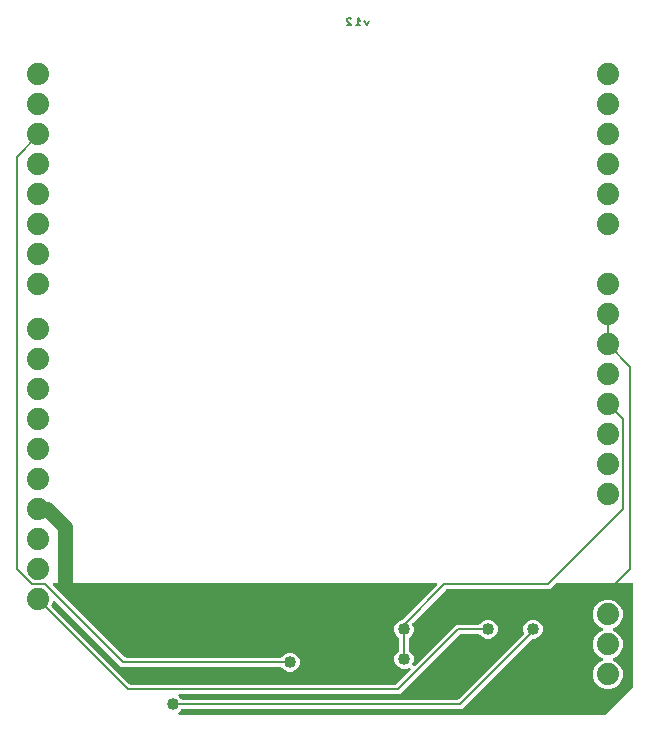
<source format=gbr>
G04 EAGLE Gerber RS-274X export*
G75*
%MOMM*%
%FSLAX34Y34*%
%LPD*%
%INBottom Copper*%
%IPPOS*%
%AMOC8*
5,1,8,0,0,1.08239X$1,22.5*%
G01*
%ADD10C,0.203200*%
%ADD11C,1.879600*%
%ADD12C,1.016000*%
%ADD13C,1.270000*%

G36*
X328089Y29477D02*
X328089Y29477D01*
X328188Y29480D01*
X328246Y29497D01*
X328306Y29505D01*
X328398Y29541D01*
X328493Y29569D01*
X328545Y29599D01*
X328602Y29622D01*
X328682Y29680D01*
X328767Y29730D01*
X328843Y29796D01*
X328859Y29808D01*
X328867Y29818D01*
X328888Y29836D01*
X340623Y41572D01*
X340666Y41627D01*
X340716Y41675D01*
X340763Y41752D01*
X340818Y41823D01*
X340846Y41887D01*
X340882Y41947D01*
X340909Y42032D01*
X340945Y42115D01*
X340956Y42184D01*
X340976Y42250D01*
X340980Y42340D01*
X340994Y42429D01*
X340988Y42499D01*
X340991Y42568D01*
X340973Y42656D01*
X340965Y42746D01*
X340941Y42811D01*
X340927Y42880D01*
X340887Y42960D01*
X340857Y43045D01*
X340818Y43103D01*
X340787Y43165D01*
X340729Y43234D01*
X340678Y43308D01*
X340626Y43354D01*
X340581Y43407D01*
X340508Y43459D01*
X340440Y43518D01*
X340378Y43550D01*
X340321Y43590D01*
X340237Y43622D01*
X340157Y43663D01*
X340089Y43678D01*
X340023Y43703D01*
X339934Y43713D01*
X339847Y43733D01*
X339777Y43731D01*
X339707Y43738D01*
X339618Y43726D01*
X339529Y43723D01*
X339462Y43704D01*
X339392Y43694D01*
X339240Y43642D01*
X336897Y42671D01*
X333663Y42671D01*
X330675Y43909D01*
X328389Y46195D01*
X327151Y49183D01*
X327151Y52417D01*
X328389Y55405D01*
X330844Y57859D01*
X330904Y57938D01*
X330972Y58010D01*
X331001Y58063D01*
X331038Y58111D01*
X331078Y58202D01*
X331126Y58288D01*
X331141Y58347D01*
X331165Y58402D01*
X331180Y58500D01*
X331205Y58596D01*
X331211Y58696D01*
X331215Y58717D01*
X331213Y58729D01*
X331215Y58757D01*
X331215Y68243D01*
X331203Y68341D01*
X331200Y68440D01*
X331183Y68499D01*
X331175Y68559D01*
X331139Y68651D01*
X331111Y68746D01*
X331081Y68798D01*
X331058Y68854D01*
X331000Y68935D01*
X330950Y69020D01*
X330884Y69095D01*
X330872Y69112D01*
X330862Y69120D01*
X330844Y69141D01*
X328389Y71595D01*
X327151Y74583D01*
X327151Y77817D01*
X328389Y80805D01*
X330675Y83091D01*
X333749Y84365D01*
X333758Y84369D01*
X333766Y84372D01*
X333896Y84448D01*
X334026Y84522D01*
X334032Y84529D01*
X334040Y84533D01*
X334161Y84640D01*
X362924Y113403D01*
X363009Y113512D01*
X363098Y113619D01*
X363107Y113638D01*
X363119Y113654D01*
X363174Y113782D01*
X363234Y113907D01*
X363237Y113927D01*
X363245Y113946D01*
X363267Y114084D01*
X363293Y114220D01*
X363292Y114240D01*
X363295Y114260D01*
X363282Y114399D01*
X363274Y114537D01*
X363267Y114556D01*
X363265Y114576D01*
X363218Y114708D01*
X363176Y114839D01*
X363165Y114857D01*
X363158Y114876D01*
X363080Y114991D01*
X363005Y115108D01*
X362991Y115122D01*
X362979Y115139D01*
X362875Y115231D01*
X362774Y115326D01*
X362756Y115336D01*
X362741Y115349D01*
X362617Y115412D01*
X362495Y115480D01*
X362476Y115485D01*
X362458Y115494D01*
X362322Y115524D01*
X362187Y115559D01*
X362159Y115561D01*
X362147Y115564D01*
X362127Y115563D01*
X362027Y115569D01*
X39293Y115569D01*
X39156Y115552D01*
X39017Y115539D01*
X38998Y115532D01*
X38978Y115529D01*
X38849Y115478D01*
X38718Y115431D01*
X38701Y115420D01*
X38682Y115412D01*
X38570Y115331D01*
X38455Y115253D01*
X38441Y115237D01*
X38425Y115226D01*
X38336Y115118D01*
X38244Y115014D01*
X38235Y114996D01*
X38222Y114981D01*
X38163Y114855D01*
X38100Y114731D01*
X38095Y114711D01*
X38086Y114693D01*
X38060Y114557D01*
X38030Y114421D01*
X38031Y114400D01*
X38027Y114381D01*
X38035Y114242D01*
X38040Y114103D01*
X38045Y114083D01*
X38046Y114063D01*
X38089Y113931D01*
X38128Y113797D01*
X38138Y113780D01*
X38144Y113761D01*
X38219Y113643D01*
X38289Y113523D01*
X38308Y113502D01*
X38315Y113492D01*
X38330Y113478D01*
X38396Y113403D01*
X99102Y52696D01*
X99180Y52636D01*
X99252Y52568D01*
X99305Y52539D01*
X99353Y52502D01*
X99444Y52462D01*
X99531Y52414D01*
X99589Y52399D01*
X99645Y52375D01*
X99743Y52360D01*
X99839Y52335D01*
X99939Y52329D01*
X99959Y52325D01*
X99971Y52327D01*
X99999Y52325D01*
X230803Y52325D01*
X230901Y52337D01*
X231000Y52340D01*
X231059Y52357D01*
X231119Y52365D01*
X231211Y52401D01*
X231306Y52429D01*
X231358Y52459D01*
X231414Y52482D01*
X231494Y52540D01*
X231580Y52590D01*
X231655Y52656D01*
X231672Y52668D01*
X231680Y52678D01*
X231701Y52696D01*
X234155Y55151D01*
X237143Y56389D01*
X240377Y56389D01*
X243365Y55151D01*
X245651Y52865D01*
X246889Y49877D01*
X246889Y46643D01*
X245651Y43655D01*
X243365Y41369D01*
X240377Y40131D01*
X237143Y40131D01*
X234155Y41369D01*
X231701Y43824D01*
X231622Y43884D01*
X231550Y43952D01*
X231497Y43981D01*
X231449Y44018D01*
X231358Y44058D01*
X231272Y44106D01*
X231213Y44121D01*
X231158Y44145D01*
X231060Y44160D01*
X230964Y44185D01*
X230864Y44191D01*
X230843Y44195D01*
X230831Y44193D01*
X230803Y44195D01*
X96106Y44195D01*
X93354Y46948D01*
X40013Y100288D01*
X39904Y100373D01*
X39797Y100462D01*
X39778Y100471D01*
X39762Y100483D01*
X39634Y100539D01*
X39509Y100598D01*
X39489Y100601D01*
X39470Y100609D01*
X39332Y100631D01*
X39196Y100657D01*
X39176Y100656D01*
X39156Y100659D01*
X39017Y100646D01*
X38879Y100638D01*
X38860Y100631D01*
X38840Y100629D01*
X38708Y100582D01*
X38577Y100540D01*
X38559Y100529D01*
X38540Y100522D01*
X38425Y100444D01*
X38308Y100369D01*
X38294Y100355D01*
X38277Y100343D01*
X38185Y100239D01*
X38090Y100138D01*
X38080Y100120D01*
X38067Y100105D01*
X38003Y99981D01*
X37936Y99859D01*
X37931Y99840D01*
X37922Y99822D01*
X37892Y99686D01*
X37857Y99551D01*
X37855Y99523D01*
X37852Y99511D01*
X37853Y99491D01*
X37847Y99391D01*
X37847Y99124D01*
X36935Y96922D01*
X36927Y96894D01*
X36913Y96867D01*
X36885Y96740D01*
X36851Y96615D01*
X36850Y96586D01*
X36844Y96557D01*
X36848Y96427D01*
X36846Y96297D01*
X36852Y96269D01*
X36853Y96239D01*
X36889Y96114D01*
X36920Y95988D01*
X36934Y95962D01*
X36942Y95934D01*
X37008Y95822D01*
X37068Y95707D01*
X37088Y95685D01*
X37103Y95660D01*
X37210Y95539D01*
X102912Y29836D01*
X102990Y29776D01*
X103062Y29708D01*
X103115Y29679D01*
X103163Y29642D01*
X103254Y29602D01*
X103341Y29554D01*
X103399Y29539D01*
X103455Y29515D01*
X103553Y29500D01*
X103649Y29475D01*
X103749Y29469D01*
X103769Y29465D01*
X103781Y29467D01*
X103809Y29465D01*
X327991Y29465D01*
X328089Y29477D01*
G37*
G36*
X505889Y4077D02*
X505889Y4077D01*
X505988Y4080D01*
X506046Y4097D01*
X506106Y4105D01*
X506198Y4141D01*
X506293Y4169D01*
X506345Y4199D01*
X506402Y4222D01*
X506482Y4280D01*
X506567Y4330D01*
X506643Y4396D01*
X506659Y4408D01*
X506667Y4418D01*
X506688Y4436D01*
X528964Y26712D01*
X529024Y26790D01*
X529092Y26862D01*
X529121Y26915D01*
X529158Y26963D01*
X529198Y27054D01*
X529246Y27141D01*
X529261Y27199D01*
X529285Y27255D01*
X529300Y27353D01*
X529325Y27449D01*
X529331Y27549D01*
X529335Y27569D01*
X529333Y27581D01*
X529335Y27609D01*
X529335Y114300D01*
X529320Y114418D01*
X529313Y114537D01*
X529300Y114575D01*
X529295Y114616D01*
X529252Y114726D01*
X529215Y114839D01*
X529193Y114874D01*
X529178Y114911D01*
X529109Y115007D01*
X529045Y115108D01*
X529015Y115136D01*
X528992Y115169D01*
X528900Y115245D01*
X528813Y115326D01*
X528778Y115346D01*
X528747Y115371D01*
X528639Y115422D01*
X528535Y115480D01*
X528495Y115490D01*
X528459Y115507D01*
X528342Y115529D01*
X528227Y115559D01*
X528167Y115563D01*
X528147Y115567D01*
X528126Y115565D01*
X528066Y115569D01*
X464743Y115569D01*
X464645Y115557D01*
X464546Y115554D01*
X464488Y115537D01*
X464428Y115529D01*
X464336Y115493D01*
X464241Y115465D01*
X464189Y115435D01*
X464132Y115412D01*
X464052Y115354D01*
X463967Y115304D01*
X463891Y115238D01*
X463875Y115226D01*
X463867Y115216D01*
X463846Y115198D01*
X458884Y110235D01*
X371779Y110235D01*
X371681Y110223D01*
X371582Y110220D01*
X371524Y110203D01*
X371464Y110195D01*
X371372Y110159D01*
X371277Y110131D01*
X371225Y110101D01*
X371168Y110078D01*
X371088Y110020D01*
X371003Y109970D01*
X370927Y109904D01*
X370911Y109892D01*
X370903Y109882D01*
X370882Y109864D01*
X342669Y81651D01*
X342651Y81627D01*
X342628Y81608D01*
X342554Y81502D01*
X342474Y81399D01*
X342462Y81372D01*
X342445Y81348D01*
X342399Y81227D01*
X342348Y81107D01*
X342343Y81078D01*
X342333Y81051D01*
X342318Y80922D01*
X342298Y80793D01*
X342301Y80764D01*
X342297Y80735D01*
X342315Y80606D01*
X342328Y80477D01*
X342338Y80449D01*
X342342Y80420D01*
X342394Y80267D01*
X343409Y77817D01*
X343409Y74583D01*
X342171Y71595D01*
X339716Y69141D01*
X339656Y69062D01*
X339588Y68990D01*
X339559Y68937D01*
X339522Y68889D01*
X339482Y68798D01*
X339434Y68712D01*
X339419Y68653D01*
X339395Y68598D01*
X339380Y68500D01*
X339355Y68404D01*
X339349Y68304D01*
X339345Y68284D01*
X339347Y68271D01*
X339345Y68243D01*
X339345Y58757D01*
X339357Y58659D01*
X339360Y58560D01*
X339377Y58501D01*
X339385Y58441D01*
X339421Y58349D01*
X339449Y58254D01*
X339479Y58202D01*
X339502Y58146D01*
X339560Y58066D01*
X339610Y57980D01*
X339676Y57905D01*
X339688Y57888D01*
X339698Y57880D01*
X339716Y57859D01*
X342171Y55405D01*
X343409Y52417D01*
X343409Y49183D01*
X342438Y46840D01*
X342420Y46773D01*
X342392Y46709D01*
X342378Y46620D01*
X342354Y46533D01*
X342353Y46463D01*
X342342Y46394D01*
X342351Y46305D01*
X342349Y46215D01*
X342365Y46147D01*
X342372Y46078D01*
X342402Y45993D01*
X342423Y45906D01*
X342456Y45844D01*
X342480Y45779D01*
X342530Y45704D01*
X342572Y45625D01*
X342619Y45573D01*
X342658Y45515D01*
X342726Y45456D01*
X342786Y45389D01*
X342844Y45351D01*
X342897Y45305D01*
X342977Y45264D01*
X343052Y45215D01*
X343118Y45192D01*
X343180Y45160D01*
X343267Y45141D01*
X343352Y45111D01*
X343422Y45106D01*
X343490Y45091D01*
X343580Y45093D01*
X343669Y45086D01*
X343738Y45098D01*
X343808Y45100D01*
X343894Y45125D01*
X343983Y45141D01*
X344047Y45169D01*
X344113Y45189D01*
X344191Y45234D01*
X344273Y45271D01*
X344327Y45315D01*
X344387Y45350D01*
X344508Y45457D01*
X379316Y80265D01*
X398443Y80265D01*
X398541Y80277D01*
X398640Y80280D01*
X398699Y80297D01*
X398759Y80305D01*
X398851Y80341D01*
X398946Y80369D01*
X398998Y80399D01*
X399054Y80422D01*
X399134Y80480D01*
X399220Y80530D01*
X399295Y80596D01*
X399312Y80608D01*
X399320Y80618D01*
X399341Y80636D01*
X401795Y83091D01*
X404783Y84329D01*
X408017Y84329D01*
X411005Y83091D01*
X413291Y80805D01*
X414529Y77817D01*
X414529Y74583D01*
X413291Y71595D01*
X411005Y69309D01*
X408017Y68071D01*
X404783Y68071D01*
X401795Y69309D01*
X399341Y71764D01*
X399262Y71824D01*
X399190Y71892D01*
X399137Y71921D01*
X399089Y71958D01*
X398998Y71998D01*
X398912Y72046D01*
X398853Y72061D01*
X398798Y72085D01*
X398700Y72100D01*
X398604Y72125D01*
X398504Y72131D01*
X398483Y72135D01*
X398471Y72133D01*
X398443Y72135D01*
X383209Y72135D01*
X383111Y72123D01*
X383012Y72120D01*
X382954Y72103D01*
X382894Y72095D01*
X382802Y72059D01*
X382707Y72031D01*
X382655Y72001D01*
X382598Y71978D01*
X382518Y71920D01*
X382433Y71870D01*
X382357Y71804D01*
X382341Y71792D01*
X382333Y71782D01*
X382312Y71764D01*
X331884Y21335D01*
X145625Y21335D01*
X145487Y21318D01*
X145348Y21305D01*
X145329Y21298D01*
X145309Y21295D01*
X145180Y21244D01*
X145049Y21197D01*
X145032Y21186D01*
X145014Y21178D01*
X144901Y21097D01*
X144786Y21019D01*
X144773Y21003D01*
X144756Y20992D01*
X144667Y20884D01*
X144575Y20780D01*
X144566Y20762D01*
X144553Y20747D01*
X144494Y20621D01*
X144431Y20497D01*
X144426Y20477D01*
X144418Y20459D01*
X144392Y20323D01*
X144361Y20187D01*
X144362Y20166D01*
X144358Y20147D01*
X144367Y20008D01*
X144371Y19869D01*
X144377Y19849D01*
X144378Y19829D01*
X144421Y19697D01*
X144459Y19563D01*
X144470Y19546D01*
X144476Y19527D01*
X144550Y19409D01*
X144621Y19289D01*
X144639Y19268D01*
X144646Y19258D01*
X144661Y19244D01*
X144727Y19169D01*
X146759Y17136D01*
X146838Y17076D01*
X146910Y17008D01*
X146963Y16979D01*
X147011Y16942D01*
X147102Y16902D01*
X147188Y16854D01*
X147247Y16839D01*
X147302Y16815D01*
X147400Y16800D01*
X147496Y16775D01*
X147596Y16769D01*
X147617Y16765D01*
X147629Y16767D01*
X147657Y16765D01*
X380569Y16765D01*
X380667Y16777D01*
X380766Y16780D01*
X380824Y16797D01*
X380884Y16805D01*
X380976Y16841D01*
X381071Y16869D01*
X381123Y16899D01*
X381180Y16922D01*
X381260Y16980D01*
X381345Y17030D01*
X381421Y17096D01*
X381437Y17108D01*
X381445Y17118D01*
X381466Y17136D01*
X436516Y72186D01*
X436534Y72210D01*
X436557Y72229D01*
X436631Y72335D01*
X436711Y72438D01*
X436723Y72465D01*
X436740Y72489D01*
X436786Y72610D01*
X436837Y72729D01*
X436842Y72759D01*
X436852Y72786D01*
X436867Y72915D01*
X436887Y73044D01*
X436884Y73073D01*
X436888Y73102D01*
X436869Y73231D01*
X436857Y73360D01*
X436847Y73388D01*
X436843Y73417D01*
X436791Y73570D01*
X436371Y74583D01*
X436371Y77817D01*
X437609Y80805D01*
X439895Y83091D01*
X442883Y84329D01*
X446117Y84329D01*
X449105Y83091D01*
X451391Y80805D01*
X452629Y77817D01*
X452629Y74583D01*
X451391Y71595D01*
X449105Y69309D01*
X446117Y68071D01*
X444423Y68071D01*
X444325Y68059D01*
X444226Y68056D01*
X444168Y68039D01*
X444108Y68031D01*
X444016Y67995D01*
X443921Y67967D01*
X443869Y67937D01*
X443812Y67914D01*
X443732Y67856D01*
X443647Y67806D01*
X443571Y67740D01*
X443555Y67728D01*
X443547Y67718D01*
X443526Y67700D01*
X384462Y8635D01*
X147657Y8635D01*
X147559Y8623D01*
X147460Y8620D01*
X147401Y8603D01*
X147341Y8595D01*
X147249Y8559D01*
X147154Y8531D01*
X147102Y8501D01*
X147046Y8478D01*
X146966Y8420D01*
X146880Y8370D01*
X146805Y8304D01*
X146788Y8292D01*
X146780Y8282D01*
X146759Y8264D01*
X144727Y6231D01*
X144642Y6122D01*
X144553Y6015D01*
X144545Y5996D01*
X144532Y5980D01*
X144477Y5852D01*
X144418Y5727D01*
X144414Y5707D01*
X144406Y5688D01*
X144384Y5550D01*
X144358Y5414D01*
X144359Y5394D01*
X144356Y5374D01*
X144369Y5235D01*
X144378Y5097D01*
X144384Y5078D01*
X144386Y5058D01*
X144433Y4926D01*
X144476Y4795D01*
X144487Y4777D01*
X144494Y4758D01*
X144572Y4643D01*
X144646Y4526D01*
X144661Y4512D01*
X144672Y4495D01*
X144776Y4403D01*
X144878Y4308D01*
X144895Y4298D01*
X144911Y4285D01*
X145035Y4221D01*
X145156Y4154D01*
X145176Y4149D01*
X145194Y4140D01*
X145330Y4110D01*
X145464Y4075D01*
X145492Y4073D01*
X145504Y4070D01*
X145525Y4071D01*
X145625Y4065D01*
X505791Y4065D01*
X505889Y4077D01*
G37*
%LPC*%
G36*
X505524Y25653D02*
X505524Y25653D01*
X500950Y27548D01*
X497448Y31050D01*
X495553Y35624D01*
X495553Y40576D01*
X497448Y45150D01*
X500950Y48652D01*
X503305Y49627D01*
X503425Y49696D01*
X503548Y49761D01*
X503563Y49775D01*
X503581Y49785D01*
X503681Y49882D01*
X503784Y49975D01*
X503795Y49992D01*
X503809Y50006D01*
X503882Y50125D01*
X503958Y50241D01*
X503965Y50260D01*
X503976Y50277D01*
X504016Y50410D01*
X504062Y50542D01*
X504063Y50562D01*
X504069Y50581D01*
X504076Y50720D01*
X504087Y50859D01*
X504083Y50879D01*
X504084Y50899D01*
X504056Y51035D01*
X504032Y51172D01*
X504024Y51191D01*
X504020Y51210D01*
X503959Y51336D01*
X503902Y51462D01*
X503889Y51478D01*
X503880Y51496D01*
X503790Y51602D01*
X503703Y51710D01*
X503687Y51723D01*
X503674Y51738D01*
X503560Y51818D01*
X503449Y51902D01*
X503424Y51914D01*
X503414Y51921D01*
X503395Y51928D01*
X503305Y51973D01*
X500950Y52948D01*
X497448Y56450D01*
X495553Y61024D01*
X495553Y65976D01*
X497448Y70550D01*
X500950Y74052D01*
X503305Y75027D01*
X503425Y75096D01*
X503548Y75161D01*
X503563Y75175D01*
X503581Y75185D01*
X503681Y75282D01*
X503784Y75375D01*
X503795Y75392D01*
X503809Y75406D01*
X503882Y75525D01*
X503958Y75641D01*
X503965Y75660D01*
X503976Y75677D01*
X504016Y75810D01*
X504062Y75942D01*
X504063Y75962D01*
X504069Y75981D01*
X504076Y76120D01*
X504087Y76259D01*
X504083Y76279D01*
X504084Y76299D01*
X504056Y76435D01*
X504032Y76572D01*
X504024Y76591D01*
X504020Y76610D01*
X503959Y76736D01*
X503902Y76862D01*
X503889Y76878D01*
X503880Y76896D01*
X503790Y77002D01*
X503703Y77110D01*
X503687Y77123D01*
X503674Y77138D01*
X503560Y77218D01*
X503449Y77302D01*
X503424Y77314D01*
X503414Y77321D01*
X503395Y77328D01*
X503305Y77373D01*
X500950Y78348D01*
X497448Y81850D01*
X495553Y86424D01*
X495553Y91376D01*
X497448Y95950D01*
X500950Y99452D01*
X505524Y101347D01*
X510476Y101347D01*
X515050Y99452D01*
X518552Y95950D01*
X520447Y91376D01*
X520447Y86424D01*
X518552Y81850D01*
X515050Y78348D01*
X512695Y77373D01*
X512575Y77304D01*
X512452Y77239D01*
X512437Y77225D01*
X512419Y77215D01*
X512319Y77118D01*
X512216Y77025D01*
X512205Y77008D01*
X512191Y76994D01*
X512118Y76876D01*
X512042Y76759D01*
X512035Y76740D01*
X512024Y76723D01*
X511984Y76590D01*
X511938Y76458D01*
X511937Y76438D01*
X511931Y76419D01*
X511924Y76280D01*
X511913Y76141D01*
X511917Y76121D01*
X511916Y76101D01*
X511944Y75965D01*
X511968Y75828D01*
X511976Y75809D01*
X511980Y75790D01*
X512041Y75665D01*
X512098Y75538D01*
X512111Y75522D01*
X512120Y75504D01*
X512210Y75398D01*
X512297Y75290D01*
X512313Y75277D01*
X512326Y75262D01*
X512440Y75182D01*
X512551Y75098D01*
X512576Y75086D01*
X512586Y75079D01*
X512605Y75072D01*
X512695Y75027D01*
X515050Y74052D01*
X518552Y70550D01*
X520447Y65976D01*
X520447Y61024D01*
X518552Y56450D01*
X515050Y52948D01*
X512695Y51973D01*
X512575Y51904D01*
X512452Y51839D01*
X512437Y51825D01*
X512419Y51815D01*
X512319Y51718D01*
X512216Y51625D01*
X512205Y51608D01*
X512191Y51594D01*
X512118Y51476D01*
X512042Y51359D01*
X512035Y51340D01*
X512024Y51323D01*
X511984Y51190D01*
X511938Y51058D01*
X511937Y51038D01*
X511931Y51019D01*
X511924Y50880D01*
X511913Y50741D01*
X511917Y50721D01*
X511916Y50701D01*
X511944Y50565D01*
X511968Y50428D01*
X511976Y50409D01*
X511980Y50390D01*
X512041Y50265D01*
X512098Y50138D01*
X512111Y50122D01*
X512120Y50104D01*
X512210Y49998D01*
X512297Y49890D01*
X512313Y49877D01*
X512326Y49862D01*
X512440Y49782D01*
X512551Y49698D01*
X512576Y49686D01*
X512586Y49679D01*
X512605Y49672D01*
X512695Y49627D01*
X515050Y48652D01*
X518552Y45150D01*
X520447Y40576D01*
X520447Y35624D01*
X518552Y31050D01*
X515050Y27548D01*
X510476Y25653D01*
X505524Y25653D01*
G37*
%LPD*%
D10*
X305816Y591569D02*
X303782Y587502D01*
X301749Y591569D01*
X298332Y591569D02*
X296298Y593603D01*
X296298Y587502D01*
X298332Y587502D02*
X294264Y587502D01*
X290848Y587502D02*
X286780Y587502D01*
X286780Y591569D02*
X290848Y587502D01*
X286780Y591569D02*
X286780Y592586D01*
X287797Y593603D01*
X289831Y593603D01*
X290848Y592586D01*
D11*
X508000Y241300D03*
X508000Y266700D03*
X508000Y292100D03*
X508000Y317500D03*
X508000Y342900D03*
X508000Y368300D03*
X508000Y419100D03*
X508000Y444500D03*
X508000Y469900D03*
X508000Y495300D03*
X508000Y520700D03*
X508000Y546100D03*
X25400Y546100D03*
X25400Y520700D03*
X25400Y495300D03*
X25400Y469900D03*
X25400Y444500D03*
X25400Y419100D03*
X25400Y393700D03*
X25400Y368300D03*
X25400Y330200D03*
X25400Y304800D03*
X25400Y279400D03*
X25400Y254000D03*
X25400Y228600D03*
X25400Y203200D03*
X25400Y177800D03*
X25400Y152400D03*
X25400Y127000D03*
X25400Y101600D03*
X508000Y215900D03*
X508000Y190500D03*
X508000Y88900D03*
X508000Y63500D03*
X508000Y38100D03*
D10*
X25400Y494538D02*
X25400Y495300D01*
X25400Y494538D02*
X7366Y476504D01*
X7366Y127000D01*
D12*
X238760Y48260D03*
D10*
X20066Y114300D02*
X7366Y127000D01*
X20066Y114300D02*
X31750Y114300D01*
X97790Y48260D01*
X238760Y48260D01*
D13*
X33020Y177800D02*
X25400Y177800D01*
X33020Y177800D02*
X48260Y162560D01*
X48260Y115570D01*
D12*
X66040Y107442D03*
X304800Y38100D03*
X375920Y105410D03*
D10*
X52959Y108712D02*
X52959Y110871D01*
X48260Y115570D01*
D12*
X350520Y31750D03*
D10*
X354330Y36830D02*
X368300Y50800D01*
X508000Y317500D02*
X508000Y342900D01*
X508000Y317500D02*
X527050Y298450D01*
X527050Y127000D01*
D12*
X450850Y50800D03*
D10*
X527050Y127000D01*
X520700Y177800D02*
X520700Y254000D01*
X508000Y266700D01*
D12*
X335280Y76200D03*
X335280Y50800D03*
D10*
X335280Y76200D01*
X335280Y80010D01*
X369570Y114300D01*
X457200Y114300D01*
X520700Y177800D01*
D12*
X406400Y76200D03*
D10*
X381000Y76200D01*
X330200Y25400D01*
X101600Y25400D01*
X25400Y101600D01*
D12*
X139700Y12700D03*
D10*
X382778Y12700D01*
X444500Y74422D01*
X444500Y76200D01*
D12*
X444500Y76200D03*
M02*

</source>
